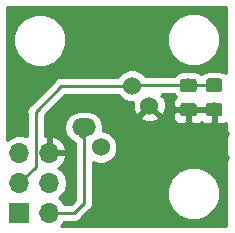
<source format=gtl>
G04 #@! TF.GenerationSoftware,KiCad,Pcbnew,5.0.2-bee76a0~70~ubuntu18.04.1*
G04 #@! TF.CreationDate,2019-02-28T13:49:10+03:00*
G04 #@! TF.ProjectId,FIR-sensor-addon,4649522d-7365-46e7-936f-722d6164646f,rev?*
G04 #@! TF.SameCoordinates,Original*
G04 #@! TF.FileFunction,Copper,L1,Top*
G04 #@! TF.FilePolarity,Positive*
%FSLAX46Y46*%
G04 Gerber Fmt 4.6, Leading zero omitted, Abs format (unit mm)*
G04 Created by KiCad (PCBNEW 5.0.2-bee76a0~70~ubuntu18.04.1) date Thu 28 Feb 2019 13:49:10 EAT*
%MOMM*%
%LPD*%
G01*
G04 APERTURE LIST*
G04 #@! TA.AperFunction,Conductor*
%ADD10C,0.100000*%
G04 #@! TD*
G04 #@! TA.AperFunction,SMDPad,CuDef*
%ADD11C,1.150000*%
G04 #@! TD*
G04 #@! TA.AperFunction,ComponentPad*
%ADD12R,1.700000X1.700000*%
G04 #@! TD*
G04 #@! TA.AperFunction,ComponentPad*
%ADD13O,1.700000X1.700000*%
G04 #@! TD*
G04 #@! TA.AperFunction,ComponentPad*
%ADD14O,2.000000X1.524000*%
G04 #@! TD*
G04 #@! TA.AperFunction,ComponentPad*
%ADD15C,1.524000*%
G04 #@! TD*
G04 #@! TA.AperFunction,ViaPad*
%ADD16C,0.800000*%
G04 #@! TD*
G04 #@! TA.AperFunction,Conductor*
%ADD17C,0.250000*%
G04 #@! TD*
G04 #@! TA.AperFunction,Conductor*
%ADD18C,0.254000*%
G04 #@! TD*
G04 APERTURE END LIST*
D10*
G04 #@! TO.N,GNDREF*
G04 #@! TO.C,C2*
G36*
X149877305Y-90379904D02*
X149901573Y-90383504D01*
X149925372Y-90389465D01*
X149948471Y-90397730D01*
X149970650Y-90408220D01*
X149991693Y-90420832D01*
X150011399Y-90435447D01*
X150029577Y-90451923D01*
X150046053Y-90470101D01*
X150060668Y-90489807D01*
X150073280Y-90510850D01*
X150083770Y-90533029D01*
X150092035Y-90556128D01*
X150097996Y-90579927D01*
X150101596Y-90604195D01*
X150102800Y-90628699D01*
X150102800Y-91278701D01*
X150101596Y-91303205D01*
X150097996Y-91327473D01*
X150092035Y-91351272D01*
X150083770Y-91374371D01*
X150073280Y-91396550D01*
X150060668Y-91417593D01*
X150046053Y-91437299D01*
X150029577Y-91455477D01*
X150011399Y-91471953D01*
X149991693Y-91486568D01*
X149970650Y-91499180D01*
X149948471Y-91509670D01*
X149925372Y-91517935D01*
X149901573Y-91523896D01*
X149877305Y-91527496D01*
X149852801Y-91528700D01*
X148952799Y-91528700D01*
X148928295Y-91527496D01*
X148904027Y-91523896D01*
X148880228Y-91517935D01*
X148857129Y-91509670D01*
X148834950Y-91499180D01*
X148813907Y-91486568D01*
X148794201Y-91471953D01*
X148776023Y-91455477D01*
X148759547Y-91437299D01*
X148744932Y-91417593D01*
X148732320Y-91396550D01*
X148721830Y-91374371D01*
X148713565Y-91351272D01*
X148707604Y-91327473D01*
X148704004Y-91303205D01*
X148702800Y-91278701D01*
X148702800Y-90628699D01*
X148704004Y-90604195D01*
X148707604Y-90579927D01*
X148713565Y-90556128D01*
X148721830Y-90533029D01*
X148732320Y-90510850D01*
X148744932Y-90489807D01*
X148759547Y-90470101D01*
X148776023Y-90451923D01*
X148794201Y-90435447D01*
X148813907Y-90420832D01*
X148834950Y-90408220D01*
X148857129Y-90397730D01*
X148880228Y-90389465D01*
X148904027Y-90383504D01*
X148928295Y-90379904D01*
X148952799Y-90378700D01*
X149852801Y-90378700D01*
X149877305Y-90379904D01*
X149877305Y-90379904D01*
G37*
D11*
G04 #@! TD*
G04 #@! TO.P,C2,2*
G04 #@! TO.N,GNDREF*
X149402800Y-90953700D03*
D10*
G04 #@! TO.N,+3V3*
G04 #@! TO.C,C2*
G36*
X149877305Y-88329904D02*
X149901573Y-88333504D01*
X149925372Y-88339465D01*
X149948471Y-88347730D01*
X149970650Y-88358220D01*
X149991693Y-88370832D01*
X150011399Y-88385447D01*
X150029577Y-88401923D01*
X150046053Y-88420101D01*
X150060668Y-88439807D01*
X150073280Y-88460850D01*
X150083770Y-88483029D01*
X150092035Y-88506128D01*
X150097996Y-88529927D01*
X150101596Y-88554195D01*
X150102800Y-88578699D01*
X150102800Y-89228701D01*
X150101596Y-89253205D01*
X150097996Y-89277473D01*
X150092035Y-89301272D01*
X150083770Y-89324371D01*
X150073280Y-89346550D01*
X150060668Y-89367593D01*
X150046053Y-89387299D01*
X150029577Y-89405477D01*
X150011399Y-89421953D01*
X149991693Y-89436568D01*
X149970650Y-89449180D01*
X149948471Y-89459670D01*
X149925372Y-89467935D01*
X149901573Y-89473896D01*
X149877305Y-89477496D01*
X149852801Y-89478700D01*
X148952799Y-89478700D01*
X148928295Y-89477496D01*
X148904027Y-89473896D01*
X148880228Y-89467935D01*
X148857129Y-89459670D01*
X148834950Y-89449180D01*
X148813907Y-89436568D01*
X148794201Y-89421953D01*
X148776023Y-89405477D01*
X148759547Y-89387299D01*
X148744932Y-89367593D01*
X148732320Y-89346550D01*
X148721830Y-89324371D01*
X148713565Y-89301272D01*
X148707604Y-89277473D01*
X148704004Y-89253205D01*
X148702800Y-89228701D01*
X148702800Y-88578699D01*
X148704004Y-88554195D01*
X148707604Y-88529927D01*
X148713565Y-88506128D01*
X148721830Y-88483029D01*
X148732320Y-88460850D01*
X148744932Y-88439807D01*
X148759547Y-88420101D01*
X148776023Y-88401923D01*
X148794201Y-88385447D01*
X148813907Y-88370832D01*
X148834950Y-88358220D01*
X148857129Y-88347730D01*
X148880228Y-88339465D01*
X148904027Y-88333504D01*
X148928295Y-88329904D01*
X148952799Y-88328700D01*
X149852801Y-88328700D01*
X149877305Y-88329904D01*
X149877305Y-88329904D01*
G37*
D11*
G04 #@! TD*
G04 #@! TO.P,C2,1*
G04 #@! TO.N,+3V3*
X149402800Y-88903700D03*
D10*
G04 #@! TO.N,+3V3*
G04 #@! TO.C,C1*
G36*
X147705605Y-88342604D02*
X147729873Y-88346204D01*
X147753672Y-88352165D01*
X147776771Y-88360430D01*
X147798950Y-88370920D01*
X147819993Y-88383532D01*
X147839699Y-88398147D01*
X147857877Y-88414623D01*
X147874353Y-88432801D01*
X147888968Y-88452507D01*
X147901580Y-88473550D01*
X147912070Y-88495729D01*
X147920335Y-88518828D01*
X147926296Y-88542627D01*
X147929896Y-88566895D01*
X147931100Y-88591399D01*
X147931100Y-89241401D01*
X147929896Y-89265905D01*
X147926296Y-89290173D01*
X147920335Y-89313972D01*
X147912070Y-89337071D01*
X147901580Y-89359250D01*
X147888968Y-89380293D01*
X147874353Y-89399999D01*
X147857877Y-89418177D01*
X147839699Y-89434653D01*
X147819993Y-89449268D01*
X147798950Y-89461880D01*
X147776771Y-89472370D01*
X147753672Y-89480635D01*
X147729873Y-89486596D01*
X147705605Y-89490196D01*
X147681101Y-89491400D01*
X146781099Y-89491400D01*
X146756595Y-89490196D01*
X146732327Y-89486596D01*
X146708528Y-89480635D01*
X146685429Y-89472370D01*
X146663250Y-89461880D01*
X146642207Y-89449268D01*
X146622501Y-89434653D01*
X146604323Y-89418177D01*
X146587847Y-89399999D01*
X146573232Y-89380293D01*
X146560620Y-89359250D01*
X146550130Y-89337071D01*
X146541865Y-89313972D01*
X146535904Y-89290173D01*
X146532304Y-89265905D01*
X146531100Y-89241401D01*
X146531100Y-88591399D01*
X146532304Y-88566895D01*
X146535904Y-88542627D01*
X146541865Y-88518828D01*
X146550130Y-88495729D01*
X146560620Y-88473550D01*
X146573232Y-88452507D01*
X146587847Y-88432801D01*
X146604323Y-88414623D01*
X146622501Y-88398147D01*
X146642207Y-88383532D01*
X146663250Y-88370920D01*
X146685429Y-88360430D01*
X146708528Y-88352165D01*
X146732327Y-88346204D01*
X146756595Y-88342604D01*
X146781099Y-88341400D01*
X147681101Y-88341400D01*
X147705605Y-88342604D01*
X147705605Y-88342604D01*
G37*
D11*
G04 #@! TD*
G04 #@! TO.P,C1,1*
G04 #@! TO.N,+3V3*
X147231100Y-88916400D03*
D10*
G04 #@! TO.N,GNDREF*
G04 #@! TO.C,C1*
G36*
X147705605Y-90392604D02*
X147729873Y-90396204D01*
X147753672Y-90402165D01*
X147776771Y-90410430D01*
X147798950Y-90420920D01*
X147819993Y-90433532D01*
X147839699Y-90448147D01*
X147857877Y-90464623D01*
X147874353Y-90482801D01*
X147888968Y-90502507D01*
X147901580Y-90523550D01*
X147912070Y-90545729D01*
X147920335Y-90568828D01*
X147926296Y-90592627D01*
X147929896Y-90616895D01*
X147931100Y-90641399D01*
X147931100Y-91291401D01*
X147929896Y-91315905D01*
X147926296Y-91340173D01*
X147920335Y-91363972D01*
X147912070Y-91387071D01*
X147901580Y-91409250D01*
X147888968Y-91430293D01*
X147874353Y-91449999D01*
X147857877Y-91468177D01*
X147839699Y-91484653D01*
X147819993Y-91499268D01*
X147798950Y-91511880D01*
X147776771Y-91522370D01*
X147753672Y-91530635D01*
X147729873Y-91536596D01*
X147705605Y-91540196D01*
X147681101Y-91541400D01*
X146781099Y-91541400D01*
X146756595Y-91540196D01*
X146732327Y-91536596D01*
X146708528Y-91530635D01*
X146685429Y-91522370D01*
X146663250Y-91511880D01*
X146642207Y-91499268D01*
X146622501Y-91484653D01*
X146604323Y-91468177D01*
X146587847Y-91449999D01*
X146573232Y-91430293D01*
X146560620Y-91409250D01*
X146550130Y-91387071D01*
X146541865Y-91363972D01*
X146535904Y-91340173D01*
X146532304Y-91315905D01*
X146531100Y-91291401D01*
X146531100Y-90641399D01*
X146532304Y-90616895D01*
X146535904Y-90592627D01*
X146541865Y-90568828D01*
X146550130Y-90545729D01*
X146560620Y-90523550D01*
X146573232Y-90502507D01*
X146587847Y-90482801D01*
X146604323Y-90464623D01*
X146622501Y-90448147D01*
X146642207Y-90433532D01*
X146663250Y-90420920D01*
X146685429Y-90410430D01*
X146708528Y-90402165D01*
X146732327Y-90396204D01*
X146756595Y-90392604D01*
X146781099Y-90391400D01*
X147681101Y-90391400D01*
X147705605Y-90392604D01*
X147705605Y-90392604D01*
G37*
D11*
G04 #@! TD*
G04 #@! TO.P,C1,2*
G04 #@! TO.N,GNDREF*
X147231100Y-90966400D03*
D12*
G04 #@! TO.P,J1,1*
G04 #@! TO.N,/SCL*
X132918200Y-99695000D03*
D13*
G04 #@! TO.P,J1,2*
G04 #@! TO.N,/SDA*
X135458200Y-99695000D03*
G04 #@! TO.P,J1,3*
G04 #@! TO.N,+3V3*
X132918200Y-97155000D03*
G04 #@! TO.P,J1,4*
G04 #@! TO.N,Net-(J1-Pad4)*
X135458200Y-97155000D03*
G04 #@! TO.P,J1,5*
G04 #@! TO.N,Net-(J1-Pad5)*
X132918200Y-94615000D03*
G04 #@! TO.P,J1,6*
G04 #@! TO.N,GNDREF*
X135458200Y-94615000D03*
G04 #@! TD*
D14*
G04 #@! TO.P,U1,1*
G04 #@! TO.N,/SDA*
X138368430Y-92460150D03*
D15*
G04 #@! TO.P,U1,2*
G04 #@! TO.N,+3V3*
X142460260Y-88943350D03*
G04 #@! TO.P,U1,3*
G04 #@! TO.N,GNDREF*
X143916970Y-90638250D03*
G04 #@! TO.P,U1,4*
G04 #@! TO.N,/SCL*
X139825140Y-94157700D03*
G04 #@! TD*
D16*
G04 #@! TO.N,/SDA*
X138334000Y-93058000D03*
G04 #@! TO.N,+3V3*
X142334000Y-89058000D03*
G04 #@! TO.N,GNDREF*
X138334000Y-83058000D03*
X140334000Y-83058000D03*
X142334000Y-83058000D03*
X144334000Y-83058000D03*
X138334000Y-85058000D03*
X140334000Y-85058000D03*
X142334000Y-85058000D03*
X144334000Y-85058000D03*
X132334000Y-87058000D03*
X138334000Y-87058000D03*
X140334000Y-87058000D03*
X142334000Y-87058000D03*
X144334000Y-87058000D03*
X132334000Y-89058000D03*
X134334000Y-89058000D03*
X132334000Y-91058000D03*
X136334000Y-91058000D03*
X140334000Y-91058000D03*
X132334000Y-93058000D03*
X136334000Y-93058000D03*
X142334000Y-93058000D03*
X144334000Y-93058000D03*
X146334000Y-93058000D03*
X148334000Y-93058000D03*
X150334000Y-93058000D03*
X142334000Y-95058000D03*
X144334000Y-95058000D03*
X146334000Y-95058000D03*
X148334000Y-95058000D03*
X150334000Y-95058000D03*
X142334000Y-97058000D03*
X144334000Y-97058000D03*
X140334000Y-99058000D03*
X142334000Y-99058000D03*
X144334000Y-99058000D03*
G04 #@! TD*
D17*
G04 #@! TO.N,/SDA*
X135458200Y-99695000D02*
X137579100Y-99695000D01*
X138368430Y-98905670D02*
X138368430Y-92460150D01*
X137579100Y-99695000D02*
X138368430Y-98905670D01*
G04 #@! TO.N,+3V3*
X147243800Y-88903700D02*
X147231100Y-88916400D01*
X149402800Y-88903700D02*
X147243800Y-88903700D01*
X142487210Y-88916400D02*
X142460260Y-88943350D01*
X147231100Y-88916400D02*
X142487210Y-88916400D01*
X136481650Y-88943350D02*
X142460260Y-88943350D01*
X134283199Y-91141801D02*
X136481650Y-88943350D01*
X132918200Y-97155000D02*
X134283199Y-95790001D01*
X134283199Y-95790001D02*
X134283199Y-91141801D01*
G04 #@! TD*
D18*
G04 #@! TO.N,GNDREF*
G36*
X146146514Y-89875986D02*
X146147697Y-89876777D01*
X145992773Y-90031702D01*
X145896100Y-90265091D01*
X145896100Y-90680650D01*
X146054850Y-90839400D01*
X147104100Y-90839400D01*
X147104100Y-90819400D01*
X147358100Y-90819400D01*
X147358100Y-90839400D01*
X148407350Y-90839400D01*
X148420050Y-90826700D01*
X149275800Y-90826700D01*
X149275800Y-90806700D01*
X149529800Y-90806700D01*
X149529800Y-90826700D01*
X149549800Y-90826700D01*
X149549800Y-91080700D01*
X149529800Y-91080700D01*
X149529800Y-92004950D01*
X149688550Y-92163700D01*
X150229110Y-92163700D01*
X150407701Y-92089725D01*
X150407701Y-100814200D01*
X136456127Y-100814200D01*
X136528825Y-100765625D01*
X136736378Y-100455000D01*
X137504253Y-100455000D01*
X137579100Y-100469888D01*
X137653947Y-100455000D01*
X137653952Y-100455000D01*
X137875637Y-100410904D01*
X138127029Y-100242929D01*
X138169431Y-100179470D01*
X138852903Y-99495999D01*
X138916359Y-99453599D01*
X139084334Y-99202207D01*
X139128430Y-98980522D01*
X139128430Y-98980518D01*
X139143318Y-98905671D01*
X139128430Y-98830824D01*
X139128430Y-97604631D01*
X145407700Y-97604631D01*
X145407700Y-98493769D01*
X145747959Y-99315226D01*
X146376674Y-99943941D01*
X147198131Y-100284200D01*
X148087269Y-100284200D01*
X148908726Y-99943941D01*
X149537441Y-99315226D01*
X149877700Y-98493769D01*
X149877700Y-97604631D01*
X149537441Y-96783174D01*
X148908726Y-96154459D01*
X148087269Y-95814200D01*
X147198131Y-95814200D01*
X146376674Y-96154459D01*
X145747959Y-96783174D01*
X145407700Y-97604631D01*
X139128430Y-97604631D01*
X139128430Y-95381216D01*
X139547259Y-95554700D01*
X140103021Y-95554700D01*
X140616477Y-95342020D01*
X141009460Y-94949037D01*
X141222140Y-94435581D01*
X141222140Y-93879819D01*
X141009460Y-93366363D01*
X140616477Y-92973380D01*
X140103021Y-92760700D01*
X139971015Y-92760700D01*
X140030798Y-92460150D01*
X139922374Y-91915068D01*
X139724189Y-91618463D01*
X143116362Y-91618463D01*
X143185827Y-91860647D01*
X143709272Y-92047394D01*
X144264338Y-92019612D01*
X144648113Y-91860647D01*
X144717578Y-91618463D01*
X143916970Y-90817855D01*
X143116362Y-91618463D01*
X139724189Y-91618463D01*
X139613610Y-91452970D01*
X139151512Y-91144206D01*
X138744018Y-91063150D01*
X137992842Y-91063150D01*
X137585348Y-91144206D01*
X137123250Y-91452970D01*
X136814486Y-91915068D01*
X136706062Y-92460150D01*
X136814486Y-93005232D01*
X137123250Y-93467330D01*
X137585348Y-93776094D01*
X137589137Y-93776848D01*
X137608431Y-93796142D01*
X137608430Y-98590868D01*
X137264299Y-98935000D01*
X136736378Y-98935000D01*
X136528825Y-98624375D01*
X136230439Y-98425000D01*
X136528825Y-98225625D01*
X136857039Y-97734418D01*
X136972292Y-97155000D01*
X136857039Y-96575582D01*
X136528825Y-96084375D01*
X136209722Y-95871157D01*
X136339558Y-95810183D01*
X136729845Y-95381924D01*
X136899676Y-94971890D01*
X136778355Y-94742000D01*
X135585200Y-94742000D01*
X135585200Y-94762000D01*
X135331200Y-94762000D01*
X135331200Y-94742000D01*
X135311200Y-94742000D01*
X135311200Y-94488000D01*
X135331200Y-94488000D01*
X135331200Y-93294181D01*
X135585200Y-93294181D01*
X135585200Y-94488000D01*
X136778355Y-94488000D01*
X136899676Y-94258110D01*
X136729845Y-93848076D01*
X136339558Y-93419817D01*
X135815092Y-93173514D01*
X135585200Y-93294181D01*
X135331200Y-93294181D01*
X135101308Y-93173514D01*
X135043199Y-93200804D01*
X135043199Y-91456602D01*
X136796452Y-89703350D01*
X141262960Y-89703350D01*
X141275940Y-89734687D01*
X141668923Y-90127670D01*
X142182379Y-90340350D01*
X142540007Y-90340350D01*
X142507826Y-90430552D01*
X142535608Y-90985618D01*
X142694573Y-91369393D01*
X142936757Y-91438858D01*
X143737365Y-90638250D01*
X143723223Y-90624108D01*
X143902828Y-90444503D01*
X143916970Y-90458645D01*
X143931113Y-90444503D01*
X144110718Y-90624108D01*
X144096575Y-90638250D01*
X144897183Y-91438858D01*
X145139367Y-91369393D01*
X145181195Y-91252150D01*
X145896100Y-91252150D01*
X145896100Y-91667709D01*
X145992773Y-91901098D01*
X146171401Y-92079727D01*
X146404790Y-92176400D01*
X146945350Y-92176400D01*
X147104100Y-92017650D01*
X147104100Y-91093400D01*
X147358100Y-91093400D01*
X147358100Y-92017650D01*
X147516850Y-92176400D01*
X148057410Y-92176400D01*
X148290799Y-92079727D01*
X148323300Y-92047226D01*
X148343101Y-92067027D01*
X148576490Y-92163700D01*
X149117050Y-92163700D01*
X149275800Y-92004950D01*
X149275800Y-91080700D01*
X148226550Y-91080700D01*
X148213850Y-91093400D01*
X147358100Y-91093400D01*
X147104100Y-91093400D01*
X146054850Y-91093400D01*
X145896100Y-91252150D01*
X145181195Y-91252150D01*
X145326114Y-90845948D01*
X145298332Y-90290882D01*
X145139367Y-89907107D01*
X144897185Y-89837643D01*
X145012196Y-89722632D01*
X144965964Y-89676400D01*
X146013154Y-89676400D01*
X146146514Y-89875986D01*
X146146514Y-89875986D01*
G37*
X146146514Y-89875986D02*
X146147697Y-89876777D01*
X145992773Y-90031702D01*
X145896100Y-90265091D01*
X145896100Y-90680650D01*
X146054850Y-90839400D01*
X147104100Y-90839400D01*
X147104100Y-90819400D01*
X147358100Y-90819400D01*
X147358100Y-90839400D01*
X148407350Y-90839400D01*
X148420050Y-90826700D01*
X149275800Y-90826700D01*
X149275800Y-90806700D01*
X149529800Y-90806700D01*
X149529800Y-90826700D01*
X149549800Y-90826700D01*
X149549800Y-91080700D01*
X149529800Y-91080700D01*
X149529800Y-92004950D01*
X149688550Y-92163700D01*
X150229110Y-92163700D01*
X150407701Y-92089725D01*
X150407701Y-100814200D01*
X136456127Y-100814200D01*
X136528825Y-100765625D01*
X136736378Y-100455000D01*
X137504253Y-100455000D01*
X137579100Y-100469888D01*
X137653947Y-100455000D01*
X137653952Y-100455000D01*
X137875637Y-100410904D01*
X138127029Y-100242929D01*
X138169431Y-100179470D01*
X138852903Y-99495999D01*
X138916359Y-99453599D01*
X139084334Y-99202207D01*
X139128430Y-98980522D01*
X139128430Y-98980518D01*
X139143318Y-98905671D01*
X139128430Y-98830824D01*
X139128430Y-97604631D01*
X145407700Y-97604631D01*
X145407700Y-98493769D01*
X145747959Y-99315226D01*
X146376674Y-99943941D01*
X147198131Y-100284200D01*
X148087269Y-100284200D01*
X148908726Y-99943941D01*
X149537441Y-99315226D01*
X149877700Y-98493769D01*
X149877700Y-97604631D01*
X149537441Y-96783174D01*
X148908726Y-96154459D01*
X148087269Y-95814200D01*
X147198131Y-95814200D01*
X146376674Y-96154459D01*
X145747959Y-96783174D01*
X145407700Y-97604631D01*
X139128430Y-97604631D01*
X139128430Y-95381216D01*
X139547259Y-95554700D01*
X140103021Y-95554700D01*
X140616477Y-95342020D01*
X141009460Y-94949037D01*
X141222140Y-94435581D01*
X141222140Y-93879819D01*
X141009460Y-93366363D01*
X140616477Y-92973380D01*
X140103021Y-92760700D01*
X139971015Y-92760700D01*
X140030798Y-92460150D01*
X139922374Y-91915068D01*
X139724189Y-91618463D01*
X143116362Y-91618463D01*
X143185827Y-91860647D01*
X143709272Y-92047394D01*
X144264338Y-92019612D01*
X144648113Y-91860647D01*
X144717578Y-91618463D01*
X143916970Y-90817855D01*
X143116362Y-91618463D01*
X139724189Y-91618463D01*
X139613610Y-91452970D01*
X139151512Y-91144206D01*
X138744018Y-91063150D01*
X137992842Y-91063150D01*
X137585348Y-91144206D01*
X137123250Y-91452970D01*
X136814486Y-91915068D01*
X136706062Y-92460150D01*
X136814486Y-93005232D01*
X137123250Y-93467330D01*
X137585348Y-93776094D01*
X137589137Y-93776848D01*
X137608431Y-93796142D01*
X137608430Y-98590868D01*
X137264299Y-98935000D01*
X136736378Y-98935000D01*
X136528825Y-98624375D01*
X136230439Y-98425000D01*
X136528825Y-98225625D01*
X136857039Y-97734418D01*
X136972292Y-97155000D01*
X136857039Y-96575582D01*
X136528825Y-96084375D01*
X136209722Y-95871157D01*
X136339558Y-95810183D01*
X136729845Y-95381924D01*
X136899676Y-94971890D01*
X136778355Y-94742000D01*
X135585200Y-94742000D01*
X135585200Y-94762000D01*
X135331200Y-94762000D01*
X135331200Y-94742000D01*
X135311200Y-94742000D01*
X135311200Y-94488000D01*
X135331200Y-94488000D01*
X135331200Y-93294181D01*
X135585200Y-93294181D01*
X135585200Y-94488000D01*
X136778355Y-94488000D01*
X136899676Y-94258110D01*
X136729845Y-93848076D01*
X136339558Y-93419817D01*
X135815092Y-93173514D01*
X135585200Y-93294181D01*
X135331200Y-93294181D01*
X135101308Y-93173514D01*
X135043199Y-93200804D01*
X135043199Y-91456602D01*
X136796452Y-89703350D01*
X141262960Y-89703350D01*
X141275940Y-89734687D01*
X141668923Y-90127670D01*
X142182379Y-90340350D01*
X142540007Y-90340350D01*
X142507826Y-90430552D01*
X142535608Y-90985618D01*
X142694573Y-91369393D01*
X142936757Y-91438858D01*
X143737365Y-90638250D01*
X143723223Y-90624108D01*
X143902828Y-90444503D01*
X143916970Y-90458645D01*
X143931113Y-90444503D01*
X144110718Y-90624108D01*
X144096575Y-90638250D01*
X144897183Y-91438858D01*
X145139367Y-91369393D01*
X145181195Y-91252150D01*
X145896100Y-91252150D01*
X145896100Y-91667709D01*
X145992773Y-91901098D01*
X146171401Y-92079727D01*
X146404790Y-92176400D01*
X146945350Y-92176400D01*
X147104100Y-92017650D01*
X147104100Y-91093400D01*
X147358100Y-91093400D01*
X147358100Y-92017650D01*
X147516850Y-92176400D01*
X148057410Y-92176400D01*
X148290799Y-92079727D01*
X148323300Y-92047226D01*
X148343101Y-92067027D01*
X148576490Y-92163700D01*
X149117050Y-92163700D01*
X149275800Y-92004950D01*
X149275800Y-91080700D01*
X148226550Y-91080700D01*
X148213850Y-91093400D01*
X147358100Y-91093400D01*
X147104100Y-91093400D01*
X146054850Y-91093400D01*
X145896100Y-91252150D01*
X145181195Y-91252150D01*
X145326114Y-90845948D01*
X145298332Y-90290882D01*
X145139367Y-89907107D01*
X144897185Y-89837643D01*
X145012196Y-89722632D01*
X144965964Y-89676400D01*
X146013154Y-89676400D01*
X146146514Y-89875986D01*
G36*
X150407700Y-87890870D02*
X150196236Y-87749573D01*
X149852801Y-87681260D01*
X148952799Y-87681260D01*
X148609364Y-87749573D01*
X148318214Y-87944114D01*
X148311567Y-87954062D01*
X148024536Y-87762273D01*
X147681101Y-87693960D01*
X146781099Y-87693960D01*
X146437664Y-87762273D01*
X146146514Y-87956814D01*
X146013154Y-88156400D01*
X143646397Y-88156400D01*
X143644580Y-88152013D01*
X143251597Y-87759030D01*
X142738141Y-87546350D01*
X142182379Y-87546350D01*
X141668923Y-87759030D01*
X141275940Y-88152013D01*
X141262960Y-88183350D01*
X136556496Y-88183350D01*
X136481649Y-88168462D01*
X136406802Y-88183350D01*
X136406798Y-88183350D01*
X136185113Y-88227446D01*
X135933721Y-88395421D01*
X135891321Y-88458877D01*
X133798727Y-90551472D01*
X133735271Y-90593872D01*
X133692871Y-90657328D01*
X133692870Y-90657329D01*
X133567296Y-90845264D01*
X133508311Y-91141801D01*
X133523200Y-91216653D01*
X133523200Y-93233254D01*
X133497618Y-93216161D01*
X133064456Y-93130000D01*
X132771944Y-93130000D01*
X132338782Y-93216161D01*
X131877700Y-93524246D01*
X131877700Y-84645431D01*
X132407700Y-84645431D01*
X132407700Y-85534569D01*
X132747959Y-86356026D01*
X133376674Y-86984741D01*
X134198131Y-87325000D01*
X135087269Y-87325000D01*
X135908726Y-86984741D01*
X136537441Y-86356026D01*
X136877700Y-85534569D01*
X136877700Y-84645431D01*
X136860801Y-84604631D01*
X145407700Y-84604631D01*
X145407700Y-85493769D01*
X145747959Y-86315226D01*
X146376674Y-86943941D01*
X147198131Y-87284200D01*
X148087269Y-87284200D01*
X148908726Y-86943941D01*
X149537441Y-86315226D01*
X149877700Y-85493769D01*
X149877700Y-84604631D01*
X149537441Y-83783174D01*
X148908726Y-83154459D01*
X148087269Y-82814200D01*
X147198131Y-82814200D01*
X146376674Y-83154459D01*
X145747959Y-83783174D01*
X145407700Y-84604631D01*
X136860801Y-84604631D01*
X136537441Y-83823974D01*
X135908726Y-83195259D01*
X135087269Y-82855000D01*
X134198131Y-82855000D01*
X133376674Y-83195259D01*
X132747959Y-83823974D01*
X132407700Y-84645431D01*
X131877700Y-84645431D01*
X131877700Y-82284200D01*
X150407700Y-82284200D01*
X150407700Y-87890870D01*
X150407700Y-87890870D01*
G37*
X150407700Y-87890870D02*
X150196236Y-87749573D01*
X149852801Y-87681260D01*
X148952799Y-87681260D01*
X148609364Y-87749573D01*
X148318214Y-87944114D01*
X148311567Y-87954062D01*
X148024536Y-87762273D01*
X147681101Y-87693960D01*
X146781099Y-87693960D01*
X146437664Y-87762273D01*
X146146514Y-87956814D01*
X146013154Y-88156400D01*
X143646397Y-88156400D01*
X143644580Y-88152013D01*
X143251597Y-87759030D01*
X142738141Y-87546350D01*
X142182379Y-87546350D01*
X141668923Y-87759030D01*
X141275940Y-88152013D01*
X141262960Y-88183350D01*
X136556496Y-88183350D01*
X136481649Y-88168462D01*
X136406802Y-88183350D01*
X136406798Y-88183350D01*
X136185113Y-88227446D01*
X135933721Y-88395421D01*
X135891321Y-88458877D01*
X133798727Y-90551472D01*
X133735271Y-90593872D01*
X133692871Y-90657328D01*
X133692870Y-90657329D01*
X133567296Y-90845264D01*
X133508311Y-91141801D01*
X133523200Y-91216653D01*
X133523200Y-93233254D01*
X133497618Y-93216161D01*
X133064456Y-93130000D01*
X132771944Y-93130000D01*
X132338782Y-93216161D01*
X131877700Y-93524246D01*
X131877700Y-84645431D01*
X132407700Y-84645431D01*
X132407700Y-85534569D01*
X132747959Y-86356026D01*
X133376674Y-86984741D01*
X134198131Y-87325000D01*
X135087269Y-87325000D01*
X135908726Y-86984741D01*
X136537441Y-86356026D01*
X136877700Y-85534569D01*
X136877700Y-84645431D01*
X136860801Y-84604631D01*
X145407700Y-84604631D01*
X145407700Y-85493769D01*
X145747959Y-86315226D01*
X146376674Y-86943941D01*
X147198131Y-87284200D01*
X148087269Y-87284200D01*
X148908726Y-86943941D01*
X149537441Y-86315226D01*
X149877700Y-85493769D01*
X149877700Y-84604631D01*
X149537441Y-83783174D01*
X148908726Y-83154459D01*
X148087269Y-82814200D01*
X147198131Y-82814200D01*
X146376674Y-83154459D01*
X145747959Y-83783174D01*
X145407700Y-84604631D01*
X136860801Y-84604631D01*
X136537441Y-83823974D01*
X135908726Y-83195259D01*
X135087269Y-82855000D01*
X134198131Y-82855000D01*
X133376674Y-83195259D01*
X132747959Y-83823974D01*
X132407700Y-84645431D01*
X131877700Y-84645431D01*
X131877700Y-82284200D01*
X150407700Y-82284200D01*
X150407700Y-87890870D01*
G04 #@! TD*
M02*

</source>
